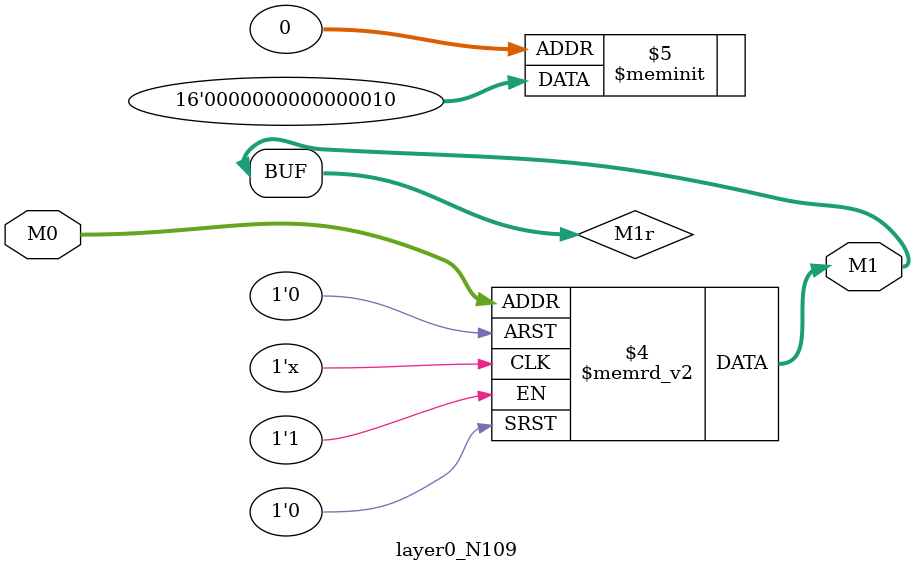
<source format=v>
module layer0_N109 ( input [2:0] M0, output [1:0] M1 );

	(*rom_style = "distributed" *) reg [1:0] M1r;
	assign M1 = M1r;
	always @ (M0) begin
		case (M0)
			3'b000: M1r = 2'b10;
			3'b100: M1r = 2'b00;
			3'b010: M1r = 2'b00;
			3'b110: M1r = 2'b00;
			3'b001: M1r = 2'b00;
			3'b101: M1r = 2'b00;
			3'b011: M1r = 2'b00;
			3'b111: M1r = 2'b00;

		endcase
	end
endmodule

</source>
